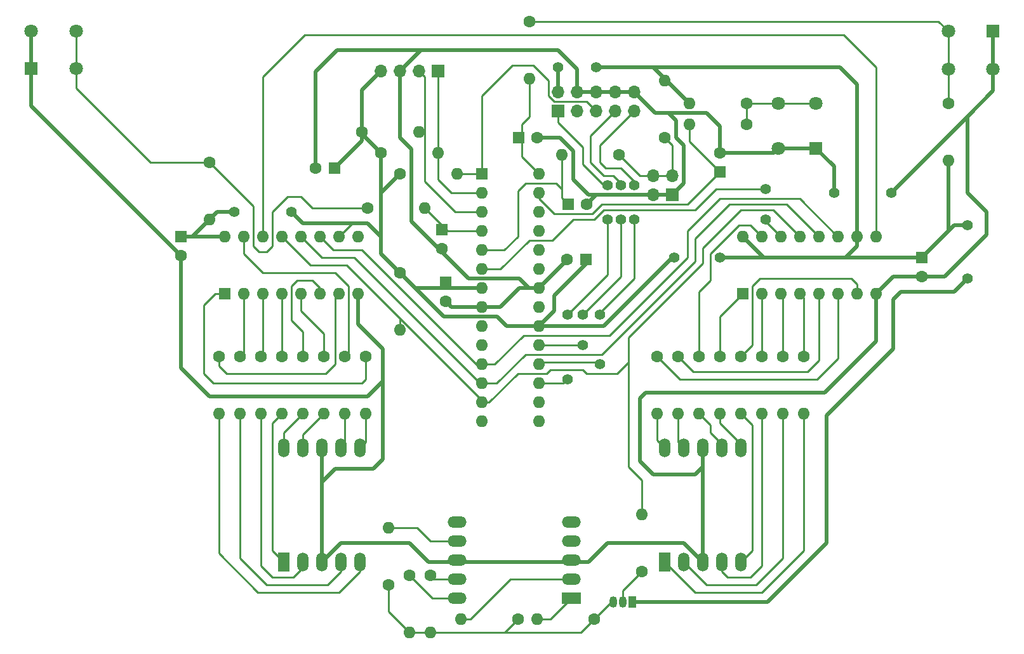
<source format=gbr>
%TF.GenerationSoftware,KiCad,Pcbnew,(6.0.8)*%
%TF.CreationDate,2022-11-13T19:45:06+01:00*%
%TF.ProjectId,CxSweetie,43785377-6565-4746-9965-2e6b69636164,rev?*%
%TF.SameCoordinates,Original*%
%TF.FileFunction,Copper,L2,Bot*%
%TF.FilePolarity,Positive*%
%FSLAX46Y46*%
G04 Gerber Fmt 4.6, Leading zero omitted, Abs format (unit mm)*
G04 Created by KiCad (PCBNEW (6.0.8)) date 2022-11-13 19:45:06*
%MOMM*%
%LPD*%
G01*
G04 APERTURE LIST*
%TA.AperFunction,ComponentPad*%
%ADD10R,1.600000X1.600000*%
%TD*%
%TA.AperFunction,ComponentPad*%
%ADD11C,1.600000*%
%TD*%
%TA.AperFunction,ComponentPad*%
%ADD12R,2.524000X1.524000*%
%TD*%
%TA.AperFunction,ComponentPad*%
%ADD13O,2.524000X1.524000*%
%TD*%
%TA.AperFunction,ComponentPad*%
%ADD14R,1.700000X1.700000*%
%TD*%
%TA.AperFunction,ComponentPad*%
%ADD15O,1.700000X1.700000*%
%TD*%
%TA.AperFunction,ComponentPad*%
%ADD16R,1.800000X1.800000*%
%TD*%
%TA.AperFunction,ComponentPad*%
%ADD17C,1.800000*%
%TD*%
%TA.AperFunction,ComponentPad*%
%ADD18O,1.600000X1.600000*%
%TD*%
%TA.AperFunction,ComponentPad*%
%ADD19R,1.524000X2.524000*%
%TD*%
%TA.AperFunction,ComponentPad*%
%ADD20O,1.524000X2.524000*%
%TD*%
%TA.AperFunction,ComponentPad*%
%ADD21R,1.050000X1.500000*%
%TD*%
%TA.AperFunction,ComponentPad*%
%ADD22O,1.050000X1.500000*%
%TD*%
%TA.AperFunction,ViaPad*%
%ADD23C,1.400000*%
%TD*%
%TA.AperFunction,Conductor*%
%ADD24C,0.500000*%
%TD*%
%TA.AperFunction,Conductor*%
%ADD25C,0.250000*%
%TD*%
G04 APERTURE END LIST*
D10*
%TO.P,C9,1*%
%TO.N,+5V*%
X161964380Y-90678000D03*
D11*
%TO.P,C9,2*%
%TO.N,GND*%
X159464380Y-90678000D03*
%TD*%
D12*
%TO.P,U6,1,E*%
%TO.N,Net-(R22-Pad2)*%
X193548000Y-148082000D03*
D13*
%TO.P,U6,2,D*%
%TO.N,Net-(R23-Pad2)*%
X193548000Y-145542000D03*
%TO.P,U6,3,CC*%
%TO.N,GND*%
X193548000Y-143002000D03*
%TO.P,U6,4,C*%
%TO.N,unconnected-(U6-Pad4)*%
X193548000Y-140462000D03*
%TO.P,U6,5,DP*%
%TO.N,unconnected-(U6-Pad5)*%
X193548000Y-137922000D03*
%TO.P,U6,6,B*%
%TO.N,unconnected-(U6-Pad6)*%
X178308000Y-137922000D03*
%TO.P,U6,7,A*%
%TO.N,Net-(R24-Pad2)*%
X178308000Y-140462000D03*
%TO.P,U6,8,CC*%
%TO.N,GND*%
X178308000Y-143002000D03*
%TO.P,U6,9,F*%
%TO.N,Net-(R21-Pad1)*%
X178308000Y-145542000D03*
%TO.P,U6,10,G*%
%TO.N,Net-(R20-Pad1)*%
X178308000Y-148082000D03*
%TD*%
D14*
%TO.P,J2,1,Pin_1*%
%TO.N,/Port/RX*%
X175768000Y-77724000D03*
D15*
%TO.P,J2,2,Pin_2*%
%TO.N,/Port/TX*%
X173228000Y-77724000D03*
%TO.P,J2,3,Pin_3*%
%TO.N,GND*%
X170688000Y-77724000D03*
%TO.P,J2,4,Pin_4*%
%TO.N,+5V*%
X168148000Y-77724000D03*
%TD*%
D16*
%TO.P,SW3,1,1*%
%TO.N,GND*%
X249840000Y-72430000D03*
D17*
%TO.P,SW3,2,2*%
X249840000Y-77430000D03*
%TO.P,SW3,3,K*%
%TO.N,Net-(R29-Pad1)*%
X243840000Y-72430000D03*
%TO.P,SW3,4,A*%
X243840000Y-77430000D03*
%TD*%
D11*
%TO.P,R7,1*%
%TO.N,Net-(R7-Pad1)*%
X166116000Y-115824000D03*
D18*
%TO.P,R7,2*%
%TO.N,Net-(R7-Pad2)*%
X166116000Y-123444000D03*
%TD*%
D10*
%TO.P,U2,1,QB*%
%TO.N,Net-(R3-Pad1)*%
X216423000Y-107432000D03*
D18*
%TO.P,U2,2,QC*%
%TO.N,Net-(R4-Pad1)*%
X218963000Y-107432000D03*
%TO.P,U2,3,QD*%
%TO.N,Net-(R6-Pad1)*%
X221503000Y-107432000D03*
%TO.P,U2,4,QE*%
%TO.N,Net-(R8-Pad1)*%
X224043000Y-107432000D03*
%TO.P,U2,5,QF*%
%TO.N,Net-(R10-Pad1)*%
X226583000Y-107432000D03*
%TO.P,U2,6,QG*%
%TO.N,Net-(R12-Pad1)*%
X229123000Y-107432000D03*
%TO.P,U2,7,QH*%
%TO.N,Net-(R14-Pad1)*%
X231663000Y-107432000D03*
%TO.P,U2,8,GND*%
%TO.N,GND*%
X234203000Y-107432000D03*
%TO.P,U2,9,QH'*%
%TO.N,Net-(U2-Pad9)*%
X234203000Y-99812000D03*
%TO.P,U2,10,~{SRCLR}*%
%TO.N,+5V*%
X231663000Y-99812000D03*
%TO.P,U2,11,SRCLK*%
%TO.N,/UwU driver/CLOCK*%
X229123000Y-99812000D03*
%TO.P,U2,12,RCLK*%
%TO.N,/UwU driver/LATCH*%
X226583000Y-99812000D03*
%TO.P,U2,13,~{OE}*%
%TO.N,/UwU driver/ENABLE*%
X224043000Y-99812000D03*
%TO.P,U2,14,SER*%
%TO.N,/UwU driver/EYE_DATA*%
X221503000Y-99812000D03*
%TO.P,U2,15,QA*%
%TO.N,Net-(R2-Pad1)*%
X218963000Y-99812000D03*
%TO.P,U2,16,VCC*%
%TO.N,+5V*%
X216423000Y-99812000D03*
%TD*%
D14*
%TO.P,SW4,1,A*%
%TO.N,GND*%
X207015000Y-94239000D03*
D15*
%TO.P,SW4,2,A*%
X204475000Y-94239000D03*
%TO.P,SW4,3,B*%
%TO.N,Net-(R31-Pad1)*%
X207015000Y-91699000D03*
%TO.P,SW4,4,B*%
X204475000Y-91699000D03*
%TD*%
D14*
%TO.P,J1,1,MOSI*%
%TO.N,Net-(J1-Pad1)*%
X191770000Y-83058000D03*
D15*
%TO.P,J1,2,VCC*%
%TO.N,+5V*%
X191770000Y-80518000D03*
%TO.P,J1,3,NC*%
%TO.N,unconnected-(J1-Pad3)*%
X194310000Y-83058000D03*
%TO.P,J1,4,GND*%
%TO.N,GND*%
X194310000Y-80518000D03*
%TO.P,J1,5,~{RST}*%
%TO.N,Net-(J1-Pad5)*%
X196850000Y-83058000D03*
%TO.P,J1,6,GND*%
%TO.N,GND*%
X196850000Y-80518000D03*
%TO.P,J1,7,SCK*%
%TO.N,Net-(J1-Pad7)*%
X199390000Y-83058000D03*
%TO.P,J1,8,GND*%
%TO.N,GND*%
X199390000Y-80518000D03*
%TO.P,J1,9,MISO*%
%TO.N,Net-(J1-Pad9)*%
X201930000Y-83058000D03*
%TO.P,J1,10,GND*%
%TO.N,GND*%
X201930000Y-80518000D03*
%TD*%
D19*
%TO.P,U5,1,E*%
%TO.N,Net-(R13-Pad2)*%
X155194000Y-143256000D03*
D20*
%TO.P,U5,2,D*%
%TO.N,Net-(R11-Pad2)*%
X157734000Y-143256000D03*
%TO.P,U5,3,CC*%
%TO.N,GND*%
X160274000Y-143256000D03*
%TO.P,U5,4,C*%
%TO.N,Net-(R9-Pad2)*%
X162814000Y-143256000D03*
%TO.P,U5,5,DP*%
%TO.N,Net-(R17-Pad2)*%
X165354000Y-143256000D03*
%TO.P,U5,6,B*%
%TO.N,Net-(R7-Pad2)*%
X165354000Y-128016000D03*
%TO.P,U5,7,A*%
%TO.N,Net-(R5-Pad2)*%
X162814000Y-128016000D03*
%TO.P,U5,8,CC*%
%TO.N,GND*%
X160274000Y-128016000D03*
%TO.P,U5,9,F*%
%TO.N,Net-(R15-Pad2)*%
X157734000Y-128016000D03*
%TO.P,U5,10,G*%
%TO.N,Net-(R16-Pad2)*%
X155194000Y-128016000D03*
%TD*%
D19*
%TO.P,U4,1,E*%
%TO.N,Net-(R8-Pad2)*%
X205994000Y-143256000D03*
D20*
%TO.P,U4,2,D*%
%TO.N,Net-(R6-Pad2)*%
X208534000Y-143256000D03*
%TO.P,U4,3,CC*%
%TO.N,GND*%
X211074000Y-143256000D03*
%TO.P,U4,4,C*%
%TO.N,Net-(R4-Pad2)*%
X213614000Y-143256000D03*
%TO.P,U4,5,DP*%
%TO.N,Net-(R14-Pad2)*%
X216154000Y-143256000D03*
%TO.P,U4,6,B*%
%TO.N,Net-(R3-Pad2)*%
X216154000Y-128016000D03*
%TO.P,U4,7,A*%
%TO.N,Net-(R2-Pad2)*%
X213614000Y-128016000D03*
%TO.P,U4,8,CC*%
%TO.N,GND*%
X211074000Y-128016000D03*
%TO.P,U4,9,F*%
%TO.N,Net-(R10-Pad2)*%
X208534000Y-128016000D03*
%TO.P,U4,10,G*%
%TO.N,Net-(R12-Pad2)*%
X205994000Y-128016000D03*
%TD*%
D11*
%TO.P,C8,2*%
%TO.N,GND*%
X195627621Y-95504000D03*
D10*
%TO.P,C8,1*%
%TO.N,/Motion Sensor/STATE*%
X193127621Y-95504000D03*
%TD*%
%TO.P,C7,1*%
%TO.N,/Reaction C Switch/STATE*%
X186523621Y-86614000D03*
D11*
%TO.P,C7,2*%
%TO.N,GND*%
X189023621Y-86614000D03*
%TD*%
D10*
%TO.P,C6,1*%
%TO.N,/Reaction B Switch/STATE*%
X176276000Y-98893620D03*
D11*
%TO.P,C6,2*%
%TO.N,GND*%
X176276000Y-101393620D03*
%TD*%
D10*
%TO.P,C5,1*%
%TO.N,/Reaction A Switch/STATE*%
X213360000Y-91186000D03*
D11*
%TO.P,C5,2*%
%TO.N,GND*%
X213360000Y-88686000D03*
%TD*%
D10*
%TO.P,C4,1*%
%TO.N,+5V*%
X141478000Y-99862000D03*
D11*
%TO.P,C4,2*%
%TO.N,GND*%
X141478000Y-102362000D03*
%TD*%
D10*
%TO.P,C3,1*%
%TO.N,+5V*%
X240284000Y-102616000D03*
D11*
%TO.P,C3,2*%
%TO.N,GND*%
X240284000Y-105116000D03*
%TD*%
D10*
%TO.P,C2,1*%
%TO.N,+5V*%
X195492380Y-102870000D03*
D11*
%TO.P,C2,2*%
%TO.N,GND*%
X192992380Y-102870000D03*
%TD*%
D10*
%TO.P,C1,1*%
%TO.N,+5V*%
X176784000Y-105958000D03*
D11*
%TO.P,C1,2*%
%TO.N,GND*%
X176784000Y-108458000D03*
%TD*%
D10*
%TO.P,U3,1,QB*%
%TO.N,Net-(R7-Pad1)*%
X147335000Y-107432000D03*
D18*
%TO.P,U3,2,QC*%
%TO.N,Net-(R9-Pad1)*%
X149875000Y-107432000D03*
%TO.P,U3,3,QD*%
%TO.N,Net-(R11-Pad1)*%
X152415000Y-107432000D03*
%TO.P,U3,4,QE*%
%TO.N,Net-(R13-Pad1)*%
X154955000Y-107432000D03*
%TO.P,U3,5,QF*%
%TO.N,Net-(R15-Pad1)*%
X157495000Y-107432000D03*
%TO.P,U3,6,QG*%
%TO.N,Net-(R16-Pad1)*%
X160035000Y-107432000D03*
%TO.P,U3,7,QH*%
%TO.N,Net-(R17-Pad1)*%
X162575000Y-107432000D03*
%TO.P,U3,8,GND*%
%TO.N,GND*%
X165115000Y-107432000D03*
%TO.P,U3,9,QH'*%
%TO.N,unconnected-(U3-Pad9)*%
X165115000Y-99812000D03*
%TO.P,U3,10,~{SRCLR}*%
%TO.N,+5V*%
X162575000Y-99812000D03*
%TO.P,U3,11,SRCLK*%
%TO.N,/UwU driver/CLOCK*%
X160035000Y-99812000D03*
%TO.P,U3,12,RCLK*%
%TO.N,/UwU driver/LATCH*%
X157495000Y-99812000D03*
%TO.P,U3,13,~{OE}*%
%TO.N,/UwU driver/ENABLE*%
X154955000Y-99812000D03*
%TO.P,U3,14,SER*%
%TO.N,Net-(U2-Pad9)*%
X152415000Y-99812000D03*
%TO.P,U3,15,QA*%
%TO.N,Net-(U3-Pad15)*%
X149875000Y-99812000D03*
%TO.P,U3,16,VCC*%
%TO.N,+5V*%
X147335000Y-99812000D03*
%TD*%
D10*
%TO.P,U1,1,~{RESET}/PC6*%
%TO.N,Net-(J1-Pad5)*%
X181620000Y-91450000D03*
D18*
%TO.P,U1,2,PD0*%
%TO.N,/Port/RX*%
X181620000Y-93990000D03*
%TO.P,U1,3,PD1*%
%TO.N,/Port/TX*%
X181620000Y-96530000D03*
%TO.P,U1,4,PD2*%
%TO.N,/Reaction B Switch/STATE*%
X181620000Y-99070000D03*
%TO.P,U1,5,PD3*%
%TO.N,/Motion Sensor/STATE*%
X181620000Y-101610000D03*
%TO.P,U1,6,PD4*%
%TO.N,/UwU driver/EYE_DATA*%
X181620000Y-104150000D03*
%TO.P,U1,7,VCC*%
%TO.N,+5V*%
X181620000Y-106690000D03*
%TO.P,U1,8,GND*%
%TO.N,GND*%
X181620000Y-109230000D03*
%TO.P,U1,9,XTAL1/PB6*%
%TO.N,unconnected-(U1-Pad9)*%
X181620000Y-111770000D03*
%TO.P,U1,10,XTAL2/PB7*%
%TO.N,unconnected-(U1-Pad10)*%
X181620000Y-114310000D03*
%TO.P,U1,11,PD5*%
%TO.N,/UwU driver/CLOCK*%
X181620000Y-116850000D03*
%TO.P,U1,12,PD6*%
%TO.N,/UwU driver/LATCH*%
X181620000Y-119390000D03*
%TO.P,U1,13,PD7*%
%TO.N,/UwU driver/ENABLE*%
X181620000Y-121930000D03*
%TO.P,U1,14,PB0*%
%TO.N,unconnected-(U1-Pad14)*%
X181620000Y-124470000D03*
%TO.P,U1,15,PB1*%
%TO.N,unconnected-(U1-Pad15)*%
X189240000Y-124470000D03*
%TO.P,U1,16,PB2*%
%TO.N,unconnected-(U1-Pad16)*%
X189240000Y-121930000D03*
%TO.P,U1,17,PB3*%
%TO.N,Net-(J1-Pad1)*%
X189240000Y-119390000D03*
%TO.P,U1,18,PB4*%
%TO.N,Net-(J1-Pad9)*%
X189240000Y-116850000D03*
%TO.P,U1,19,PB5*%
%TO.N,Net-(J1-Pad7)*%
X189240000Y-114310000D03*
%TO.P,U1,20,AVCC*%
%TO.N,+5V*%
X189240000Y-111770000D03*
%TO.P,U1,21,AREF*%
%TO.N,unconnected-(U1-Pad21)*%
X189240000Y-109230000D03*
%TO.P,U1,22,GND*%
%TO.N,GND*%
X189240000Y-106690000D03*
%TO.P,U1,23,PC0*%
%TO.N,unconnected-(U1-Pad23)*%
X189240000Y-104150000D03*
%TO.P,U1,24,PC1*%
%TO.N,unconnected-(U1-Pad24)*%
X189240000Y-101610000D03*
%TO.P,U1,25,PC2*%
%TO.N,unconnected-(U1-Pad25)*%
X189240000Y-99070000D03*
%TO.P,U1,26,PC3*%
%TO.N,unconnected-(U1-Pad26)*%
X189240000Y-96530000D03*
%TO.P,U1,27,PC4*%
%TO.N,/Reaction A Switch/STATE*%
X189240000Y-93990000D03*
%TO.P,U1,28,PC5*%
%TO.N,/Reaction C Switch/STATE*%
X189240000Y-91450000D03*
%TD*%
D16*
%TO.P,SW2,1,1*%
%TO.N,GND*%
X121537500Y-77352500D03*
D17*
%TO.P,SW2,2,2*%
X121537500Y-72352500D03*
%TO.P,SW2,3,K*%
%TO.N,Net-(R27-Pad1)*%
X127537500Y-77352500D03*
%TO.P,SW2,4,A*%
X127537500Y-72352500D03*
%TD*%
D16*
%TO.P,SW1,1,1*%
%TO.N,GND*%
X226196500Y-88012500D03*
D17*
%TO.P,SW1,2,2*%
X221196500Y-88012500D03*
%TO.P,SW1,3,K*%
%TO.N,Net-(R25-Pad1)*%
X226196500Y-82012500D03*
%TO.P,SW1,4,A*%
X221196500Y-82012500D03*
%TD*%
D11*
%TO.P,R34,1*%
%TO.N,+5V*%
X165608000Y-85852000D03*
D18*
%TO.P,R34,2*%
%TO.N,/Port/TX*%
X173228000Y-85852000D03*
%TD*%
D11*
%TO.P,R33,1*%
%TO.N,+5V*%
X168148000Y-88646000D03*
D18*
%TO.P,R33,2*%
%TO.N,/Port/RX*%
X175768000Y-88646000D03*
%TD*%
%TO.P,R32,2*%
%TO.N,/Motion Sensor/STATE*%
X192278000Y-88900000D03*
D11*
%TO.P,R32,1*%
%TO.N,Net-(R31-Pad1)*%
X199898000Y-88900000D03*
%TD*%
D18*
%TO.P,R31,2*%
%TO.N,+5V*%
X205994000Y-78994000D03*
D11*
%TO.P,R31,1*%
%TO.N,Net-(R31-Pad1)*%
X205994000Y-86614000D03*
%TD*%
D18*
%TO.P,R30,2*%
%TO.N,/Reaction C Switch/STATE*%
X187960000Y-78740000D03*
D11*
%TO.P,R30,1*%
%TO.N,Net-(R29-Pad1)*%
X187960000Y-71120000D03*
%TD*%
%TO.P,R29,1*%
%TO.N,Net-(R29-Pad1)*%
X243840000Y-82042000D03*
D18*
%TO.P,R29,2*%
%TO.N,+5V*%
X243840000Y-89662000D03*
%TD*%
D11*
%TO.P,R28,1*%
%TO.N,Net-(R27-Pad1)*%
X166370000Y-96012000D03*
D18*
%TO.P,R28,2*%
%TO.N,/Reaction B Switch/STATE*%
X173990000Y-96012000D03*
%TD*%
D11*
%TO.P,R27,1*%
%TO.N,Net-(R27-Pad1)*%
X145288000Y-89916000D03*
D18*
%TO.P,R27,2*%
%TO.N,+5V*%
X145288000Y-97536000D03*
%TD*%
D11*
%TO.P,R26,1*%
%TO.N,Net-(R25-Pad1)*%
X216916000Y-84836000D03*
D18*
%TO.P,R26,2*%
%TO.N,/Reaction A Switch/STATE*%
X209296000Y-84836000D03*
%TD*%
D11*
%TO.P,R25,1*%
%TO.N,Net-(R25-Pad1)*%
X216916000Y-82042000D03*
D18*
%TO.P,R25,2*%
%TO.N,+5V*%
X209296000Y-82042000D03*
%TD*%
D11*
%TO.P,R24,1*%
%TO.N,Net-(Q1-Pad3)*%
X169164000Y-146304000D03*
D18*
%TO.P,R24,2*%
%TO.N,Net-(R24-Pad2)*%
X169164000Y-138684000D03*
%TD*%
%TO.P,R23,2*%
%TO.N,Net-(R23-Pad2)*%
X178816000Y-150876000D03*
D11*
%TO.P,R23,1*%
%TO.N,Net-(Q1-Pad3)*%
X186436000Y-150876000D03*
%TD*%
%TO.P,R22,1*%
%TO.N,Net-(Q1-Pad3)*%
X196596000Y-150876000D03*
D18*
%TO.P,R22,2*%
%TO.N,Net-(R22-Pad2)*%
X188976000Y-150876000D03*
%TD*%
D11*
%TO.P,R21,1*%
%TO.N,Net-(R21-Pad1)*%
X174752000Y-145034000D03*
D18*
%TO.P,R21,2*%
%TO.N,Net-(Q1-Pad3)*%
X174752000Y-152654000D03*
%TD*%
D11*
%TO.P,R20,1*%
%TO.N,Net-(R20-Pad1)*%
X171958000Y-145034000D03*
D18*
%TO.P,R20,2*%
%TO.N,Net-(Q1-Pad3)*%
X171958000Y-152654000D03*
%TD*%
D11*
%TO.P,R19,1*%
%TO.N,Net-(Q1-Pad2)*%
X202946000Y-144526000D03*
D18*
%TO.P,R19,2*%
%TO.N,/UwU driver/ENABLE*%
X202946000Y-136906000D03*
%TD*%
D11*
%TO.P,R18,1*%
%TO.N,+5V*%
X170688000Y-104648000D03*
D18*
%TO.P,R18,2*%
%TO.N,/UwU driver/ENABLE*%
X170688000Y-112268000D03*
%TD*%
D11*
%TO.P,R17,1*%
%TO.N,Net-(R17-Pad1)*%
X146558000Y-115824000D03*
D18*
%TO.P,R17,2*%
%TO.N,Net-(R17-Pad2)*%
X146558000Y-123444000D03*
%TD*%
D11*
%TO.P,R16,1*%
%TO.N,Net-(R16-Pad1)*%
X157734000Y-115824000D03*
D18*
%TO.P,R16,2*%
%TO.N,Net-(R16-Pad2)*%
X157734000Y-123444000D03*
%TD*%
D11*
%TO.P,R15,1*%
%TO.N,Net-(R15-Pad1)*%
X160528000Y-115824000D03*
D18*
%TO.P,R15,2*%
%TO.N,Net-(R15-Pad2)*%
X160528000Y-123444000D03*
%TD*%
D11*
%TO.P,R14,1*%
%TO.N,Net-(R14-Pad1)*%
X216154000Y-115824000D03*
D18*
%TO.P,R14,2*%
%TO.N,Net-(R14-Pad2)*%
X216154000Y-123444000D03*
%TD*%
D11*
%TO.P,R13,1*%
%TO.N,Net-(R13-Pad1)*%
X154940000Y-115824000D03*
D18*
%TO.P,R13,2*%
%TO.N,Net-(R13-Pad2)*%
X154940000Y-123444000D03*
%TD*%
D11*
%TO.P,R12,1*%
%TO.N,Net-(R12-Pad1)*%
X204978000Y-115824000D03*
D18*
%TO.P,R12,2*%
%TO.N,Net-(R12-Pad2)*%
X204978000Y-123444000D03*
%TD*%
D11*
%TO.P,R11,1*%
%TO.N,Net-(R11-Pad1)*%
X152146000Y-115824000D03*
D18*
%TO.P,R11,2*%
%TO.N,Net-(R11-Pad2)*%
X152146000Y-123444000D03*
%TD*%
D11*
%TO.P,R10,1*%
%TO.N,Net-(R10-Pad1)*%
X207772000Y-115824000D03*
D18*
%TO.P,R10,2*%
%TO.N,Net-(R10-Pad2)*%
X207772000Y-123444000D03*
%TD*%
D11*
%TO.P,R9,1*%
%TO.N,Net-(R9-Pad1)*%
X149352000Y-115824000D03*
D18*
%TO.P,R9,2*%
%TO.N,Net-(R9-Pad2)*%
X149352000Y-123444000D03*
%TD*%
D11*
%TO.P,R8,1*%
%TO.N,Net-(R8-Pad1)*%
X224536000Y-115824000D03*
D18*
%TO.P,R8,2*%
%TO.N,Net-(R8-Pad2)*%
X224536000Y-123444000D03*
%TD*%
D11*
%TO.P,R6,1*%
%TO.N,Net-(R6-Pad1)*%
X221742000Y-115824000D03*
D18*
%TO.P,R6,2*%
%TO.N,Net-(R6-Pad2)*%
X221742000Y-123444000D03*
%TD*%
D11*
%TO.P,R5,1*%
%TO.N,Net-(U3-Pad15)*%
X163322000Y-115824000D03*
D18*
%TO.P,R5,2*%
%TO.N,Net-(R5-Pad2)*%
X163322000Y-123444000D03*
%TD*%
D11*
%TO.P,R4,1*%
%TO.N,Net-(R4-Pad1)*%
X218948000Y-115824000D03*
D18*
%TO.P,R4,2*%
%TO.N,Net-(R4-Pad2)*%
X218948000Y-123444000D03*
%TD*%
D11*
%TO.P,R3,1*%
%TO.N,Net-(R3-Pad1)*%
X213360000Y-115824000D03*
D18*
%TO.P,R3,2*%
%TO.N,Net-(R3-Pad2)*%
X213360000Y-123444000D03*
%TD*%
%TO.P,R2,2*%
%TO.N,Net-(R2-Pad2)*%
X210566000Y-123444000D03*
D11*
%TO.P,R2,1*%
%TO.N,Net-(R2-Pad1)*%
X210566000Y-115824000D03*
%TD*%
%TO.P,R1,1*%
%TO.N,+5V*%
X170688000Y-91440000D03*
D18*
%TO.P,R1,2*%
%TO.N,Net-(J1-Pad5)*%
X178308000Y-91440000D03*
%TD*%
D21*
%TO.P,Q1,1,E*%
%TO.N,+5V*%
X201676000Y-148590000D03*
D22*
%TO.P,Q1,2,B*%
%TO.N,Net-(Q1-Pad2)*%
X200406000Y-148590000D03*
%TO.P,Q1,3,C*%
%TO.N,Net-(Q1-Pad3)*%
X199136000Y-148590000D03*
%TD*%
D23*
%TO.N,Net-(J1-Pad9)*%
X197358000Y-116840000D03*
X197358000Y-110236000D03*
%TO.N,Net-(J1-Pad7)*%
X195072000Y-110236000D03*
X195072000Y-114300000D03*
%TO.N,Net-(J1-Pad1)*%
X193040000Y-110236000D03*
X193040000Y-118872000D03*
%TO.N,Net-(J1-Pad9)*%
X201930000Y-97536000D03*
%TO.N,Net-(J1-Pad7)*%
X200152000Y-97536000D03*
%TO.N,Net-(J1-Pad9)*%
X201930000Y-92964000D03*
%TO.N,Net-(J1-Pad7)*%
X200152000Y-92964000D03*
%TO.N,Net-(J1-Pad1)*%
X198374000Y-97536000D03*
X198374000Y-92964000D03*
%TO.N,+5V*%
X207264000Y-102616000D03*
X213360000Y-102616000D03*
%TO.N,GND*%
X236220000Y-93980000D03*
X228600000Y-93980000D03*
%TO.N,/UwU driver/EYE_DATA*%
X219456000Y-93472000D03*
X219456000Y-97536000D03*
%TO.N,+5V*%
X246380000Y-105410000D03*
X246380000Y-98298000D03*
X191770000Y-77216000D03*
X196850000Y-77216000D03*
X148590000Y-96520000D03*
X156210000Y-96520000D03*
%TD*%
D24*
%TO.N,GND*%
X173482000Y-74930000D02*
X162306000Y-74930000D01*
X159464380Y-77771620D02*
X159464380Y-90678000D01*
X162306000Y-74930000D02*
X159464380Y-77771620D01*
%TO.N,+5V*%
X165608000Y-85852000D02*
X165608000Y-87034380D01*
X165608000Y-87034380D02*
X161964380Y-90678000D01*
%TO.N,GND*%
X194310000Y-80518000D02*
X194310000Y-77470000D01*
X194310000Y-77470000D02*
X191770000Y-74930000D01*
X173482000Y-74930000D02*
X170688000Y-77724000D01*
X191770000Y-74930000D02*
X173482000Y-74930000D01*
%TO.N,+5V*%
X165608000Y-85852000D02*
X165608000Y-80264000D01*
X165608000Y-80264000D02*
X168148000Y-77724000D01*
X165608000Y-85852000D02*
X165608000Y-86106000D01*
X165608000Y-86106000D02*
X168148000Y-88646000D01*
X168148000Y-93980000D02*
X168148000Y-88646000D01*
D25*
%TO.N,Net-(Q1-Pad3)*%
X184658000Y-152654000D02*
X194818000Y-152654000D01*
X194818000Y-152654000D02*
X196596000Y-150876000D01*
X174752000Y-152654000D02*
X184658000Y-152654000D01*
X184658000Y-152654000D02*
X186436000Y-150876000D01*
X171958000Y-152654000D02*
X174752000Y-152654000D01*
X196596000Y-150876000D02*
X198882000Y-148590000D01*
X198882000Y-148590000D02*
X199136000Y-148590000D01*
%TO.N,Net-(R22-Pad2)*%
X188976000Y-150876000D02*
X190754000Y-150876000D01*
X190754000Y-150876000D02*
X193548000Y-148082000D01*
%TO.N,Net-(R23-Pad2)*%
X180086000Y-150876000D02*
X185420000Y-145542000D01*
X178816000Y-150876000D02*
X180086000Y-150876000D01*
X185420000Y-145542000D02*
X193548000Y-145542000D01*
%TO.N,Net-(Q1-Pad3)*%
X169164000Y-146304000D02*
X169164000Y-149860000D01*
X169164000Y-149860000D02*
X171958000Y-152654000D01*
%TO.N,Net-(R20-Pad1)*%
X178308000Y-148082000D02*
X175006000Y-148082000D01*
X175006000Y-148082000D02*
X171958000Y-145034000D01*
%TO.N,Net-(R21-Pad1)*%
X178308000Y-145542000D02*
X175260000Y-145542000D01*
X175260000Y-145542000D02*
X174752000Y-145034000D01*
%TO.N,Net-(R24-Pad2)*%
X178308000Y-140462000D02*
X174752000Y-140462000D01*
X174752000Y-140462000D02*
X172974000Y-138684000D01*
X172974000Y-138684000D02*
X169164000Y-138684000D01*
%TO.N,Net-(U2-Pad9)*%
X234203000Y-99812000D02*
X234203000Y-77231000D01*
X234203000Y-77231000D02*
X229870000Y-72898000D01*
X229870000Y-72898000D02*
X157988000Y-72898000D01*
X152415000Y-78471000D02*
X152415000Y-99812000D01*
X157988000Y-72898000D02*
X152415000Y-78471000D01*
%TO.N,Net-(J1-Pad5)*%
X195580000Y-81788000D02*
X191262000Y-81788000D01*
X191262000Y-81788000D02*
X190500000Y-81026000D01*
X190500000Y-81026000D02*
X190500000Y-78994000D01*
X190500000Y-78994000D02*
X188468000Y-76962000D01*
X188468000Y-76962000D02*
X185674000Y-76962000D01*
X181610000Y-81026000D02*
X181610000Y-83058000D01*
X185674000Y-76962000D02*
X181610000Y-81026000D01*
X196850000Y-83058000D02*
X195580000Y-81788000D01*
%TO.N,/Reaction C Switch/STATE*%
X187960000Y-83820000D02*
X187960000Y-78740000D01*
X187960000Y-83820000D02*
X186944000Y-84836000D01*
X186944000Y-84836000D02*
X186944000Y-89154000D01*
X186944000Y-89154000D02*
X189240000Y-91450000D01*
%TO.N,Net-(R29-Pad1)*%
X187960000Y-71120000D02*
X242530000Y-71120000D01*
X242530000Y-71120000D02*
X243840000Y-72430000D01*
D24*
%TO.N,GND*%
X248920000Y-96520000D02*
X246380000Y-93980000D01*
X246380000Y-93980000D02*
X246380000Y-83820000D01*
X248920000Y-99568000D02*
X248920000Y-96520000D01*
X236220000Y-93980000D02*
X246380000Y-83820000D01*
X246380000Y-83820000D02*
X249840000Y-80360000D01*
X240284000Y-105116000D02*
X243372000Y-105116000D01*
X243372000Y-105116000D02*
X248920000Y-99568000D01*
D25*
%TO.N,Net-(J1-Pad9)*%
X197358000Y-110236000D02*
X197358000Y-109982000D01*
X197358000Y-109982000D02*
X201930000Y-105410000D01*
X201930000Y-105410000D02*
X201930000Y-97536000D01*
X197358000Y-116840000D02*
X197104000Y-116586000D01*
X197104000Y-116586000D02*
X189504000Y-116586000D01*
X189504000Y-116586000D02*
X189240000Y-116850000D01*
%TO.N,/UwU driver/ENABLE*%
X181620000Y-121930000D02*
X182616000Y-121930000D01*
X182616000Y-121930000D02*
X186436000Y-118110000D01*
X186436000Y-118110000D02*
X190246000Y-118110000D01*
X199644000Y-118110000D02*
X201168000Y-116586000D01*
X190246000Y-118110000D02*
X190754000Y-117602000D01*
X190754000Y-117602000D02*
X195072000Y-117602000D01*
X195072000Y-117602000D02*
X195580000Y-118110000D01*
X195580000Y-118110000D02*
X199644000Y-118110000D01*
X201168000Y-116586000D02*
X201168000Y-113284000D01*
%TO.N,Net-(J1-Pad1)*%
X193040000Y-118872000D02*
X192522000Y-119390000D01*
X192522000Y-119390000D02*
X189240000Y-119390000D01*
%TO.N,Net-(J1-Pad7)*%
X200152000Y-97536000D02*
X200152000Y-105156000D01*
X200152000Y-105156000D02*
X195072000Y-110236000D01*
X195072000Y-114300000D02*
X195062000Y-114310000D01*
X195062000Y-114310000D02*
X189240000Y-114310000D01*
%TO.N,/UwU driver/LATCH*%
X181620000Y-119390000D02*
X183632000Y-119390000D01*
X222250000Y-95504000D02*
X224282000Y-97536000D01*
X224307000Y-97536000D02*
X226583000Y-99812000D01*
X183632000Y-119390000D02*
X187452000Y-115570000D01*
X187452000Y-115570000D02*
X197612000Y-115570000D01*
X197612000Y-115570000D02*
X210058000Y-103124000D01*
X210058000Y-103124000D02*
X210058000Y-100076000D01*
X210058000Y-100076000D02*
X214630000Y-95504000D01*
X214630000Y-95504000D02*
X222250000Y-95504000D01*
X224282000Y-97536000D02*
X224307000Y-97536000D01*
%TO.N,Net-(J1-Pad1)*%
X198374000Y-97536000D02*
X198374000Y-104902000D01*
X198374000Y-104902000D02*
X193040000Y-110236000D01*
D24*
%TO.N,+5V*%
X195492380Y-103465620D02*
X191262000Y-107696000D01*
X195492380Y-102870000D02*
X195492380Y-103465620D01*
X191262000Y-107696000D02*
X191262000Y-109748000D01*
X191262000Y-109748000D02*
X189240000Y-111770000D01*
%TO.N,GND*%
X189240000Y-106690000D02*
X192992380Y-102937620D01*
X192992380Y-102937620D02*
X192992380Y-102870000D01*
D25*
%TO.N,/UwU driver/ENABLE*%
X201168000Y-113284000D02*
X201422000Y-113030000D01*
X201422000Y-113030000D02*
X211074000Y-103378000D01*
X202946000Y-136906000D02*
X202946000Y-132334000D01*
X202946000Y-132334000D02*
X201168000Y-130556000D01*
X201168000Y-130556000D02*
X201168000Y-113284000D01*
X211074000Y-103378000D02*
X211074000Y-101346000D01*
X211074000Y-101346000D02*
X216154000Y-96266000D01*
X216154000Y-96266000D02*
X220497000Y-96266000D01*
X220497000Y-96266000D02*
X224043000Y-99812000D01*
D24*
%TO.N,+5V*%
X207264000Y-102616000D02*
X207010000Y-102616000D01*
X207010000Y-102616000D02*
X197866000Y-111760000D01*
X197866000Y-111760000D02*
X192786000Y-111760000D01*
X192786000Y-111760000D02*
X192776000Y-111770000D01*
D25*
%TO.N,/UwU driver/CLOCK*%
X181620000Y-116850000D02*
X183378000Y-116850000D01*
X183378000Y-116850000D02*
X187198000Y-113030000D01*
X213360000Y-94742000D02*
X224028000Y-94742000D01*
X187198000Y-113030000D02*
X198628000Y-113030000D01*
X198628000Y-113030000D02*
X209042000Y-102616000D01*
X229098000Y-99812000D02*
X229123000Y-99812000D01*
X209042000Y-102616000D02*
X209042000Y-99060000D01*
X209042000Y-99060000D02*
X213360000Y-94742000D01*
X224028000Y-94742000D02*
X229098000Y-99812000D01*
%TO.N,Net-(J1-Pad7)*%
X200152000Y-92964000D02*
X200152000Y-92710000D01*
X200152000Y-92710000D02*
X199136000Y-91694000D01*
X199136000Y-91694000D02*
X197866000Y-91694000D01*
X197866000Y-91694000D02*
X196088000Y-89916000D01*
X196088000Y-89916000D02*
X196088000Y-86360000D01*
X196088000Y-86360000D02*
X199390000Y-83058000D01*
%TO.N,Net-(J1-Pad9)*%
X201930000Y-83058000D02*
X197358000Y-87630000D01*
X197358000Y-87630000D02*
X197358000Y-89916000D01*
X197358000Y-89916000D02*
X198120000Y-90678000D01*
X198120000Y-90678000D02*
X200152000Y-90678000D01*
X200152000Y-90678000D02*
X201930000Y-92456000D01*
X201930000Y-92456000D02*
X201930000Y-92964000D01*
%TO.N,Net-(J1-Pad1)*%
X198374000Y-92964000D02*
X197866000Y-92964000D01*
X197866000Y-92964000D02*
X195072000Y-90170000D01*
X191770000Y-84582000D02*
X191770000Y-83058000D01*
X195072000Y-90170000D02*
X195072000Y-87884000D01*
X195072000Y-87884000D02*
X191770000Y-84582000D01*
%TO.N,/Motion Sensor/STATE*%
X192278000Y-93472000D02*
X192278000Y-88900000D01*
%TO.N,Net-(R31-Pad1)*%
X205994000Y-86614000D02*
X207010000Y-87630000D01*
X207010000Y-87630000D02*
X207010000Y-91699000D01*
X207010000Y-91699000D02*
X202697000Y-91699000D01*
X202697000Y-91699000D02*
X199898000Y-88900000D01*
%TO.N,/Motion Sensor/STATE*%
X193127621Y-95504000D02*
X192278000Y-94654379D01*
X192278000Y-94654379D02*
X192278000Y-93472000D01*
X186436000Y-99822000D02*
X184648000Y-101610000D01*
X192278000Y-93472000D02*
X191516000Y-92710000D01*
X184648000Y-101610000D02*
X181620000Y-101610000D01*
X191516000Y-92710000D02*
X187452000Y-92710000D01*
X187452000Y-92710000D02*
X186436000Y-93726000D01*
X186436000Y-93726000D02*
X186436000Y-99822000D01*
D24*
%TO.N,GND*%
X206502000Y-83312000D02*
X207518000Y-84328000D01*
X207518000Y-84328000D02*
X207518000Y-86614000D01*
X207518000Y-86614000D02*
X208534000Y-87630000D01*
X208534000Y-87630000D02*
X208534000Y-92720000D01*
X208534000Y-92720000D02*
X207015000Y-94239000D01*
X207015000Y-94239000D02*
X199395000Y-94239000D01*
D25*
%TO.N,/UwU driver/EYE_DATA*%
X219456000Y-93472000D02*
X212852000Y-93472000D01*
X212852000Y-93472000D02*
X210058000Y-96266000D01*
X210058000Y-96266000D02*
X197866000Y-96266000D01*
X184140000Y-104150000D02*
X181620000Y-104150000D01*
X197866000Y-96266000D02*
X196596000Y-97536000D01*
X196596000Y-97536000D02*
X193802000Y-97536000D01*
X187960000Y-100330000D02*
X184140000Y-104150000D01*
X193802000Y-97536000D02*
X191008000Y-100330000D01*
X191008000Y-100330000D02*
X187960000Y-100330000D01*
%TO.N,/Reaction A Switch/STATE*%
X213360000Y-91186000D02*
X209042000Y-95504000D01*
X209042000Y-95504000D02*
X197612000Y-95504000D01*
X197612000Y-95504000D02*
X196342000Y-96774000D01*
X196342000Y-96774000D02*
X191262000Y-96774000D01*
X189240000Y-94752000D02*
X189240000Y-93990000D01*
X191262000Y-96774000D02*
X189240000Y-94752000D01*
D24*
%TO.N,GND*%
X189023621Y-86614000D02*
X192024000Y-86614000D01*
X192024000Y-86614000D02*
X193802000Y-88392000D01*
X193802000Y-88392000D02*
X193802000Y-92202000D01*
X193802000Y-92202000D02*
X195839000Y-94239000D01*
X195839000Y-94239000D02*
X199395000Y-94239000D01*
%TO.N,+5V*%
X213360000Y-102616000D02*
X219227000Y-102616000D01*
D25*
%TO.N,Net-(R2-Pad1)*%
X210566000Y-115824000D02*
X210566000Y-107188000D01*
X210566000Y-107188000D02*
X212090000Y-105664000D01*
X212090000Y-105664000D02*
X212090000Y-102108000D01*
X212090000Y-102108000D02*
X215900000Y-98298000D01*
X217449000Y-98298000D02*
X218963000Y-99812000D01*
X215900000Y-98298000D02*
X217449000Y-98298000D01*
D24*
%TO.N,GND*%
X249840000Y-80360000D02*
X249840000Y-79852000D01*
X249840000Y-79852000D02*
X249840000Y-72430000D01*
X228600000Y-93980000D02*
X228600000Y-90424000D01*
X228600000Y-90424000D02*
X226196500Y-88020500D01*
X226196500Y-88020500D02*
X226196500Y-88012500D01*
D25*
%TO.N,/UwU driver/EYE_DATA*%
X221503000Y-99812000D02*
X219456000Y-97765000D01*
X219456000Y-97765000D02*
X219456000Y-97536000D01*
D24*
%TO.N,+5V*%
X145288000Y-97536000D02*
X143012000Y-99812000D01*
X148590000Y-96520000D02*
X146304000Y-96520000D01*
X146304000Y-96520000D02*
X145288000Y-97536000D01*
X246380000Y-105410000D02*
X244602000Y-107188000D01*
X244602000Y-107188000D02*
X237490000Y-107188000D01*
X237490000Y-107188000D02*
X236474000Y-108204000D01*
X227584000Y-140716000D02*
X219710000Y-148590000D01*
X236474000Y-108204000D02*
X236474000Y-114808000D01*
X227584000Y-123698000D02*
X227584000Y-140716000D01*
X236474000Y-114808000D02*
X227584000Y-123698000D01*
X219710000Y-148590000D02*
X201676000Y-148590000D01*
X246380000Y-98298000D02*
X244602000Y-98298000D01*
X244602000Y-98298000D02*
X243840000Y-99060000D01*
D25*
%TO.N,/UwU driver/ENABLE*%
X163576000Y-103632000D02*
X170561000Y-110617000D01*
X170561000Y-110617000D02*
X181620000Y-121676000D01*
X170688000Y-112268000D02*
X170688000Y-110744000D01*
X170688000Y-110744000D02*
X170561000Y-110617000D01*
%TO.N,Net-(Q1-Pad2)*%
X200406000Y-148590000D02*
X200406000Y-147066000D01*
X200406000Y-147066000D02*
X202946000Y-144526000D01*
D24*
%TO.N,GND*%
X211074000Y-143256000D02*
X208534000Y-140716000D01*
X208534000Y-140716000D02*
X198374000Y-140716000D01*
X198374000Y-140716000D02*
X195834000Y-143256000D01*
X195834000Y-143256000D02*
X193294000Y-143256000D01*
X121537500Y-82421500D02*
X121537500Y-72352500D01*
X141478000Y-102362000D02*
X121537500Y-82421500D01*
X199395000Y-94239000D02*
X196892621Y-94239000D01*
%TO.N,+5V*%
X243840000Y-89662000D02*
X243840000Y-99060000D01*
X243840000Y-99060000D02*
X240284000Y-102616000D01*
D25*
%TO.N,Net-(R29-Pad1)*%
X243840000Y-77430000D02*
X243840000Y-82042000D01*
%TO.N,GND*%
X121537500Y-77352500D02*
X121537500Y-82421500D01*
X121537500Y-72352500D02*
X121537500Y-77352500D01*
%TO.N,Net-(R27-Pad1)*%
X137414000Y-89916000D02*
X145288000Y-89916000D01*
X127537500Y-80039500D02*
X127537500Y-77352500D01*
X137414000Y-89916000D02*
X127537500Y-80039500D01*
X127537500Y-72352500D02*
X127537500Y-77352500D01*
D24*
%TO.N,+5V*%
X147335000Y-99812000D02*
X143012000Y-99812000D01*
X143012000Y-99812000D02*
X141528000Y-99812000D01*
D25*
%TO.N,Net-(R27-Pad1)*%
X151892000Y-101854000D02*
X152908000Y-101854000D01*
X152908000Y-101854000D02*
X153670000Y-101092000D01*
X145288000Y-89916000D02*
X151130000Y-95758000D01*
X155702000Y-94488000D02*
X157480000Y-94488000D01*
X151130000Y-95758000D02*
X151130000Y-101092000D01*
X151130000Y-101092000D02*
X151892000Y-101854000D01*
X153670000Y-101092000D02*
X153670000Y-96520000D01*
X153670000Y-96520000D02*
X155702000Y-94488000D01*
X157480000Y-94488000D02*
X159004000Y-96012000D01*
X159004000Y-96012000D02*
X166370000Y-96012000D01*
%TO.N,Net-(U3-Pad15)*%
X163322000Y-115824000D02*
X163830000Y-115316000D01*
X163830000Y-115316000D02*
X163830000Y-106426000D01*
X163830000Y-106426000D02*
X162052000Y-104648000D01*
X162052000Y-104648000D02*
X152400000Y-104648000D01*
X152400000Y-104648000D02*
X149875000Y-102123000D01*
X149875000Y-102123000D02*
X149875000Y-99812000D01*
D24*
%TO.N,+5V*%
X156210000Y-96520000D02*
X157734000Y-98044000D01*
X157734000Y-98044000D02*
X164343000Y-98044000D01*
D25*
%TO.N,/Reaction B Switch/STATE*%
X173990000Y-96012000D02*
X177048000Y-99070000D01*
X177048000Y-99070000D02*
X181620000Y-99070000D01*
D24*
%TO.N,GND*%
X187950000Y-106690000D02*
X186670000Y-105410000D01*
X186670000Y-105410000D02*
X179832000Y-105410000D01*
X179832000Y-105410000D02*
X172212000Y-97790000D01*
X172212000Y-97790000D02*
X172212000Y-88138000D01*
X172212000Y-88138000D02*
X170688000Y-86614000D01*
X170688000Y-86614000D02*
X170688000Y-77724000D01*
%TO.N,+5V*%
X168148000Y-94488000D02*
X168148000Y-102108000D01*
X170688000Y-91440000D02*
X168148000Y-93980000D01*
X168148000Y-93980000D02*
X168148000Y-94488000D01*
X168148000Y-99822000D02*
X168148000Y-102108000D01*
X168148000Y-99822000D02*
X166370000Y-98044000D01*
X166370000Y-98044000D02*
X164343000Y-98044000D01*
D25*
X168148000Y-99822000D02*
X168148000Y-102235000D01*
X168148000Y-102235000D02*
X172603000Y-106690000D01*
X172603000Y-106690000D02*
X177302000Y-106690000D01*
D24*
X168148000Y-102108000D02*
X172730000Y-106690000D01*
%TO.N,GND*%
X196892621Y-94239000D02*
X195627621Y-95504000D01*
X204724000Y-83312000D02*
X206502000Y-83312000D01*
X206502000Y-83312000D02*
X211582000Y-83312000D01*
D25*
%TO.N,/Reaction A Switch/STATE*%
X209296000Y-84836000D02*
X209296000Y-87122000D01*
X209296000Y-87122000D02*
X213360000Y-91186000D01*
D24*
%TO.N,GND*%
X201930000Y-80518000D02*
X204724000Y-83312000D01*
X211582000Y-83312000D02*
X213360000Y-85090000D01*
X213360000Y-85090000D02*
X213360000Y-88686000D01*
X221196500Y-88012500D02*
X220563000Y-88646000D01*
X220563000Y-88646000D02*
X213400000Y-88646000D01*
X213400000Y-88646000D02*
X213360000Y-88686000D01*
%TO.N,+5V*%
X196850000Y-77216000D02*
X204470000Y-77216000D01*
X204470000Y-77216000D02*
X229362000Y-77216000D01*
X209296000Y-82042000D02*
X204470000Y-77216000D01*
D25*
%TO.N,Net-(R25-Pad1)*%
X216916000Y-82042000D02*
X216916000Y-84836000D01*
X216916000Y-82042000D02*
X226167000Y-82042000D01*
X226167000Y-82042000D02*
X226196500Y-82012500D01*
D24*
%TO.N,GND*%
X226196500Y-88012500D02*
X221196500Y-88012500D01*
%TO.N,+5V*%
X229362000Y-77216000D02*
X231663000Y-79517000D01*
X231663000Y-79517000D02*
X231663000Y-99812000D01*
D25*
%TO.N,Net-(J1-Pad5)*%
X181620000Y-83068000D02*
X181610000Y-83078000D01*
X181610000Y-83078000D02*
X181610000Y-91440000D01*
X181610000Y-91440000D02*
X181620000Y-91450000D01*
D24*
%TO.N,+5V*%
X191770000Y-77216000D02*
X191770000Y-80518000D01*
%TO.N,GND*%
X194310000Y-80518000D02*
X201930000Y-80518000D01*
X181620000Y-109230000D02*
X184140000Y-109230000D01*
X184140000Y-109230000D02*
X186680000Y-106690000D01*
X187950000Y-106690000D02*
X186680000Y-106690000D01*
X189240000Y-106690000D02*
X187950000Y-106690000D01*
%TO.N,+5V*%
X189240000Y-111770000D02*
X192776000Y-111770000D01*
X184922000Y-111770000D02*
X189240000Y-111770000D01*
X183672000Y-110520000D02*
X184922000Y-111770000D01*
X172730000Y-106690000D02*
X176560000Y-110520000D01*
X176560000Y-110520000D02*
X183612000Y-110520000D01*
%TO.N,GND*%
X181620000Y-109230000D02*
X177556000Y-109230000D01*
X177556000Y-109230000D02*
X176784000Y-108458000D01*
%TO.N,+5V*%
X172730000Y-106690000D02*
X181620000Y-106690000D01*
X162575000Y-99553000D02*
X162575000Y-99812000D01*
X141528000Y-99812000D02*
X141478000Y-99862000D01*
D25*
%TO.N,Net-(R17-Pad1)*%
X146558000Y-115824000D02*
X146558000Y-117094000D01*
X146558000Y-117094000D02*
X147574000Y-118110000D01*
X147574000Y-118110000D02*
X160782000Y-118110000D01*
X160782000Y-118110000D02*
X162052000Y-116840000D01*
X162052000Y-107955000D02*
X162575000Y-107432000D01*
X162052000Y-116840000D02*
X162052000Y-107955000D01*
D24*
%TO.N,GND*%
X141478000Y-117348000D02*
X141478000Y-102362000D01*
X168402000Y-119126000D02*
X168402000Y-114808000D01*
X168402000Y-119634000D02*
X168402000Y-119126000D01*
X168402000Y-119126000D02*
X166370000Y-121158000D01*
X166370000Y-121158000D02*
X145288000Y-121158000D01*
X145288000Y-121158000D02*
X141478000Y-117348000D01*
X168402000Y-114808000D02*
X165115000Y-111521000D01*
X165115000Y-111521000D02*
X165115000Y-107432000D01*
X160274000Y-143256000D02*
X160274000Y-132588000D01*
X160274000Y-132588000D02*
X160274000Y-128016000D01*
X160274000Y-132588000D02*
X162052000Y-130810000D01*
X162052000Y-130810000D02*
X167132000Y-130810000D01*
X167132000Y-130810000D02*
X168402000Y-129540000D01*
X168402000Y-129540000D02*
X168402000Y-119634000D01*
X171958000Y-140716000D02*
X162814000Y-140716000D01*
X162814000Y-140716000D02*
X160274000Y-143256000D01*
X178054000Y-143256000D02*
X193294000Y-143256000D01*
X178054000Y-143256000D02*
X174498000Y-143256000D01*
X174498000Y-143256000D02*
X171958000Y-140716000D01*
X211074000Y-130556000D02*
X211074000Y-143256000D01*
X211074000Y-130556000D02*
X211074000Y-128016000D01*
X227330000Y-120650000D02*
X203454000Y-120650000D01*
X234203000Y-107432000D02*
X234203000Y-113777000D01*
X234203000Y-113777000D02*
X227330000Y-120650000D01*
X203454000Y-120650000D02*
X202692000Y-121412000D01*
X202692000Y-121412000D02*
X202692000Y-129794000D01*
X202692000Y-129794000D02*
X204470000Y-131572000D01*
X204470000Y-131572000D02*
X210058000Y-131572000D01*
X210058000Y-131572000D02*
X211074000Y-130556000D01*
X240284000Y-105116000D02*
X236519000Y-105116000D01*
X236519000Y-105116000D02*
X234203000Y-107432000D01*
%TO.N,+5V*%
X240284000Y-102616000D02*
X230124000Y-102616000D01*
X219227000Y-102616000D02*
X230124000Y-102616000D01*
X230124000Y-102616000D02*
X231663000Y-101077000D01*
X216423000Y-99812000D02*
X219227000Y-102616000D01*
X231663000Y-101077000D02*
X231663000Y-99812000D01*
D25*
%TO.N,GND*%
X202433000Y-80513000D02*
X194310000Y-80513000D01*
%TO.N,/Port/TX*%
X173228000Y-77724000D02*
X173990000Y-78486000D01*
X173990000Y-78486000D02*
X173990000Y-92456000D01*
X173990000Y-92456000D02*
X178064000Y-96530000D01*
X178064000Y-96530000D02*
X181620000Y-96530000D01*
%TO.N,/Port/RX*%
X181620000Y-93990000D02*
X177556000Y-93990000D01*
X177556000Y-93990000D02*
X175768000Y-92202000D01*
X175768000Y-92202000D02*
X175768000Y-77724000D01*
%TO.N,+5V*%
X170688000Y-91440000D02*
X170688000Y-91699000D01*
%TO.N,Net-(J1-Pad5)*%
X181620000Y-91450000D02*
X178318000Y-91450000D01*
X178318000Y-91450000D02*
X178308000Y-91440000D01*
%TO.N,+5V*%
X181620000Y-106690000D02*
X177302000Y-106690000D01*
X176784000Y-105958000D02*
X176784000Y-106172000D01*
X176784000Y-106172000D02*
X177302000Y-106690000D01*
X183642000Y-110490000D02*
X176403000Y-110490000D01*
X184922000Y-111770000D02*
X183642000Y-110490000D01*
X164343000Y-98044000D02*
X162575000Y-99812000D01*
%TO.N,/UwU driver/CLOCK*%
X181620000Y-116850000D02*
X180858000Y-116850000D01*
X165608000Y-101600000D02*
X161823000Y-101600000D01*
X180858000Y-116850000D02*
X165608000Y-101600000D01*
X161823000Y-101600000D02*
X160035000Y-99812000D01*
%TO.N,/UwU driver/LATCH*%
X157495000Y-99812000D02*
X160299000Y-102616000D01*
X160299000Y-102616000D02*
X164592000Y-102616000D01*
X164592000Y-102616000D02*
X181366000Y-119390000D01*
X181366000Y-119390000D02*
X181620000Y-119390000D01*
%TO.N,/UwU driver/ENABLE*%
X154955000Y-99812000D02*
X158775000Y-103632000D01*
X158775000Y-103632000D02*
X163576000Y-103632000D01*
X181620000Y-121676000D02*
X181620000Y-121930000D01*
%TO.N,GND*%
X249840000Y-72430000D02*
X249840000Y-77430000D01*
%TO.N,Net-(R29-Pad1)*%
X243840000Y-77430000D02*
X243840000Y-72430000D01*
%TO.N,Net-(R12-Pad1)*%
X204978000Y-115824000D02*
X208026000Y-118872000D01*
X208026000Y-118872000D02*
X226314000Y-118872000D01*
X226314000Y-118872000D02*
X229123000Y-116063000D01*
X229123000Y-116063000D02*
X229123000Y-107432000D01*
%TO.N,Net-(R10-Pad1)*%
X207772000Y-115824000D02*
X209804000Y-117856000D01*
X209804000Y-117856000D02*
X225044000Y-117856000D01*
X225044000Y-117856000D02*
X226583000Y-116317000D01*
X226583000Y-116317000D02*
X226583000Y-107432000D01*
%TO.N,Net-(R14-Pad1)*%
X216154000Y-115824000D02*
X217678000Y-114300000D01*
X217678000Y-114300000D02*
X217678000Y-106426000D01*
X217678000Y-106426000D02*
X218694000Y-105410000D01*
X218694000Y-105410000D02*
X230886000Y-105410000D01*
X230886000Y-105410000D02*
X231663000Y-106187000D01*
X231663000Y-106187000D02*
X231663000Y-107432000D01*
%TO.N,Net-(R8-Pad1)*%
X224536000Y-115824000D02*
X224536000Y-107925000D01*
X224536000Y-107925000D02*
X224043000Y-107432000D01*
%TO.N,Net-(R6-Pad1)*%
X221742000Y-115824000D02*
X221742000Y-107671000D01*
X221742000Y-107671000D02*
X221503000Y-107432000D01*
%TO.N,Net-(R4-Pad1)*%
X218948000Y-115824000D02*
X218948000Y-107447000D01*
X218948000Y-107447000D02*
X218963000Y-107432000D01*
%TO.N,Net-(R3-Pad1)*%
X213362500Y-110492500D02*
X216423000Y-107432000D01*
X213360000Y-115824000D02*
X213360000Y-110495000D01*
X213360000Y-110495000D02*
X213362500Y-110492500D01*
%TO.N,Net-(R8-Pad1)*%
X224805000Y-115555000D02*
X224536000Y-115824000D01*
%TO.N,Net-(R8-Pad2)*%
X205994000Y-143256000D02*
X210058000Y-147320000D01*
X210058000Y-147320000D02*
X218948000Y-147320000D01*
X218948000Y-147320000D02*
X224536000Y-141732000D01*
X224536000Y-141732000D02*
X224536000Y-123444000D01*
%TO.N,Net-(R6-Pad2)*%
X221742000Y-123444000D02*
X221742000Y-142748000D01*
X221742000Y-142748000D02*
X218186000Y-146304000D01*
X211582000Y-146304000D02*
X208534000Y-143256000D01*
X218186000Y-146304000D02*
X211582000Y-146304000D01*
%TO.N,Net-(R4-Pad2)*%
X217424000Y-145288000D02*
X218948000Y-143764000D01*
X214376000Y-145288000D02*
X217424000Y-145288000D01*
X213614000Y-143256000D02*
X213614000Y-144526000D01*
X218948000Y-143764000D02*
X218948000Y-123444000D01*
X213614000Y-144526000D02*
X214376000Y-145288000D01*
%TO.N,Net-(R14-Pad2)*%
X216154000Y-123444000D02*
X217678000Y-124968000D01*
X217678000Y-124968000D02*
X217678000Y-141732000D01*
X217678000Y-141732000D02*
X216154000Y-143256000D01*
%TO.N,Net-(R3-Pad2)*%
X216154000Y-128016000D02*
X216154000Y-127508000D01*
X216154000Y-127508000D02*
X213360000Y-124714000D01*
X213360000Y-124714000D02*
X213360000Y-123444000D01*
%TO.N,Net-(R2-Pad2)*%
X210566000Y-123444000D02*
X212090000Y-124968000D01*
X212090000Y-124968000D02*
X212090000Y-125984000D01*
X212090000Y-125984000D02*
X213614000Y-127508000D01*
X213614000Y-127508000D02*
X213614000Y-128016000D01*
%TO.N,Net-(R10-Pad2)*%
X207772000Y-123444000D02*
X207772000Y-127254000D01*
X207772000Y-127254000D02*
X208534000Y-128016000D01*
%TO.N,Net-(R12-Pad2)*%
X204978000Y-123444000D02*
X204978000Y-127000000D01*
X204978000Y-127000000D02*
X205994000Y-128016000D01*
%TO.N,Net-(R17-Pad2)*%
X146558000Y-123444000D02*
X146558000Y-142113000D01*
X146558000Y-142113000D02*
X151765000Y-147320000D01*
X151765000Y-147320000D02*
X162560000Y-147320000D01*
X162560000Y-147320000D02*
X165354000Y-144526000D01*
X165354000Y-144526000D02*
X165354000Y-143256000D01*
%TO.N,Net-(R16-Pad1)*%
X157734000Y-115824000D02*
X157734000Y-112522000D01*
X157734000Y-112522000D02*
X156210000Y-110998000D01*
X159004000Y-105664000D02*
X160035000Y-106695000D01*
X156210000Y-110998000D02*
X156210000Y-106426000D01*
X156210000Y-106426000D02*
X156972000Y-105664000D01*
X156972000Y-105664000D02*
X159004000Y-105664000D01*
X160035000Y-106695000D02*
X160035000Y-107432000D01*
%TO.N,Net-(R7-Pad1)*%
X166116000Y-115824000D02*
X166116000Y-118872000D01*
X166116000Y-118872000D02*
X165608000Y-119380000D01*
X144526000Y-118110000D02*
X144526000Y-108966000D01*
X165608000Y-119380000D02*
X145796000Y-119380000D01*
X145796000Y-119380000D02*
X144526000Y-118110000D01*
X144526000Y-108966000D02*
X146060000Y-107432000D01*
X146060000Y-107432000D02*
X147335000Y-107432000D01*
%TO.N,Net-(R17-Pad1)*%
X162575000Y-107432000D02*
X162062000Y-107432000D01*
%TO.N,Net-(R15-Pad1)*%
X157495000Y-109743000D02*
X160528000Y-112776000D01*
X157495000Y-107432000D02*
X157495000Y-109743000D01*
X160528000Y-112776000D02*
X160528000Y-115824000D01*
%TO.N,Net-(R13-Pad1)*%
X154955000Y-107432000D02*
X154955000Y-115809000D01*
X154955000Y-115809000D02*
X154940000Y-115824000D01*
%TO.N,Net-(R11-Pad1)*%
X152415000Y-107432000D02*
X152415000Y-115555000D01*
X152415000Y-115555000D02*
X152146000Y-115824000D01*
%TO.N,Net-(R9-Pad1)*%
X149875000Y-107432000D02*
X149875000Y-115301000D01*
X149875000Y-115301000D02*
X149352000Y-115824000D01*
%TO.N,Net-(R9-Pad2)*%
X149352000Y-123444000D02*
X149352000Y-142748000D01*
X149352000Y-142748000D02*
X152908000Y-146304000D01*
X152908000Y-146304000D02*
X161036000Y-146304000D01*
X161036000Y-146304000D02*
X162814000Y-144526000D01*
X162814000Y-144526000D02*
X162814000Y-143256000D01*
%TO.N,Net-(R11-Pad2)*%
X152146000Y-123444000D02*
X152146000Y-143764000D01*
X152146000Y-143764000D02*
X153670000Y-145288000D01*
X157734000Y-144018000D02*
X157734000Y-143256000D01*
X153670000Y-145288000D02*
X156464000Y-145288000D01*
X156464000Y-145288000D02*
X157734000Y-144018000D01*
%TO.N,Net-(R13-Pad2)*%
X155194000Y-143256000D02*
X153670000Y-141732000D01*
X153670000Y-141732000D02*
X153670000Y-124714000D01*
X153670000Y-124714000D02*
X154940000Y-123444000D01*
%TO.N,Net-(R16-Pad2)*%
X155194000Y-128016000D02*
X155194000Y-125984000D01*
X155194000Y-125984000D02*
X157734000Y-123444000D01*
%TO.N,Net-(R15-Pad2)*%
X157734000Y-128016000D02*
X157734000Y-126238000D01*
X157734000Y-126238000D02*
X160528000Y-123444000D01*
%TO.N,Net-(R5-Pad2)*%
X163322000Y-123444000D02*
X163322000Y-127508000D01*
X163322000Y-127508000D02*
X162814000Y-128016000D01*
%TO.N,Net-(R7-Pad2)*%
X166116000Y-123444000D02*
X166116000Y-127254000D01*
X166116000Y-127254000D02*
X165354000Y-128016000D01*
%TD*%
M02*

</source>
